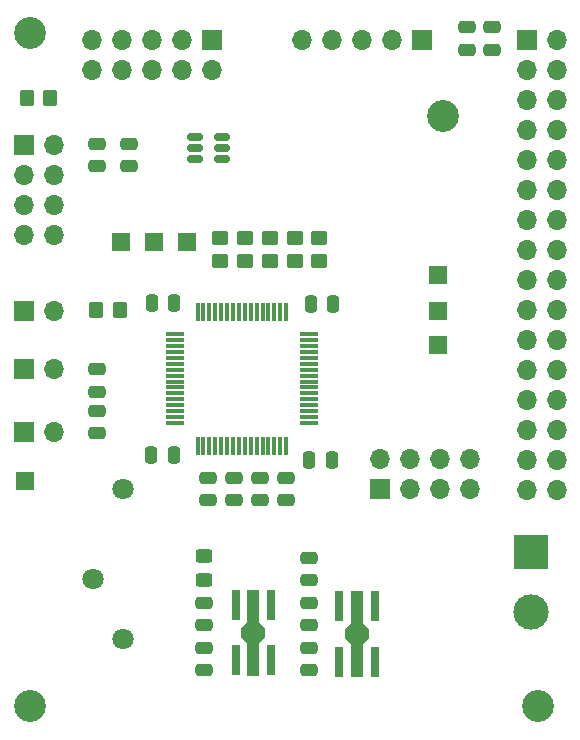
<source format=gbr>
%TF.GenerationSoftware,KiCad,Pcbnew,(6.0.6)*%
%TF.CreationDate,2022-09-22T18:41:47+01:00*%
%TF.ProjectId,ConverterBoard,436f6e76-6572-4746-9572-426f6172642e,rev?*%
%TF.SameCoordinates,Original*%
%TF.FileFunction,Soldermask,Top*%
%TF.FilePolarity,Negative*%
%FSLAX46Y46*%
G04 Gerber Fmt 4.6, Leading zero omitted, Abs format (unit mm)*
G04 Created by KiCad (PCBNEW (6.0.6)) date 2022-09-22 18:41:47*
%MOMM*%
%LPD*%
G01*
G04 APERTURE LIST*
G04 Aperture macros list*
%AMRoundRect*
0 Rectangle with rounded corners*
0 $1 Rounding radius*
0 $2 $3 $4 $5 $6 $7 $8 $9 X,Y pos of 4 corners*
0 Add a 4 corners polygon primitive as box body*
4,1,4,$2,$3,$4,$5,$6,$7,$8,$9,$2,$3,0*
0 Add four circle primitives for the rounded corners*
1,1,$1+$1,$2,$3*
1,1,$1+$1,$4,$5*
1,1,$1+$1,$6,$7*
1,1,$1+$1,$8,$9*
0 Add four rect primitives between the rounded corners*
20,1,$1+$1,$2,$3,$4,$5,0*
20,1,$1+$1,$4,$5,$6,$7,0*
20,1,$1+$1,$6,$7,$8,$9,0*
20,1,$1+$1,$8,$9,$2,$3,0*%
%AMFreePoly0*
4,1,13,0.900000,0.500000,3.600000,0.500000,3.600000,-0.500000,0.900000,-0.500000,0.400000,-1.000000,-0.400000,-1.000000,-0.900000,-0.500000,-3.600000,-0.500000,-3.600000,0.500000,-0.900000,0.500000,-0.400000,1.000000,0.400000,1.000000,0.900000,0.500000,0.900000,0.500000,$1*%
G04 Aperture macros list end*
%ADD10C,2.700000*%
%ADD11RoundRect,0.075000X-0.700000X-0.075000X0.700000X-0.075000X0.700000X0.075000X-0.700000X0.075000X0*%
%ADD12RoundRect,0.075000X-0.075000X-0.700000X0.075000X-0.700000X0.075000X0.700000X-0.075000X0.700000X0*%
%ADD13RoundRect,0.250000X0.475000X-0.250000X0.475000X0.250000X-0.475000X0.250000X-0.475000X-0.250000X0*%
%ADD14R,1.700000X1.700000*%
%ADD15O,1.700000X1.700000*%
%ADD16R,1.500000X1.500000*%
%ADD17RoundRect,0.250000X-0.475000X0.250000X-0.475000X-0.250000X0.475000X-0.250000X0.475000X0.250000X0*%
%ADD18RoundRect,0.250000X0.450000X-0.350000X0.450000X0.350000X-0.450000X0.350000X-0.450000X-0.350000X0*%
%ADD19R,3.000000X3.000000*%
%ADD20C,3.000000*%
%ADD21RoundRect,0.250000X0.450000X-0.325000X0.450000X0.325000X-0.450000X0.325000X-0.450000X-0.325000X0*%
%ADD22C,1.800000*%
%ADD23RoundRect,0.250000X-0.250000X-0.475000X0.250000X-0.475000X0.250000X0.475000X-0.250000X0.475000X0*%
%ADD24RoundRect,0.250000X-0.450000X0.350000X-0.450000X-0.350000X0.450000X-0.350000X0.450000X0.350000X0*%
%ADD25RoundRect,0.250000X0.350000X0.450000X-0.350000X0.450000X-0.350000X-0.450000X0.350000X-0.450000X0*%
%ADD26RoundRect,0.250000X0.250000X0.475000X-0.250000X0.475000X-0.250000X-0.475000X0.250000X-0.475000X0*%
%ADD27RoundRect,0.150000X-0.512500X-0.150000X0.512500X-0.150000X0.512500X0.150000X-0.512500X0.150000X0*%
%ADD28R,0.700000X2.500000*%
%ADD29FreePoly0,90.000000*%
G04 APERTURE END LIST*
D10*
%TO.C,REF\u002A\u002A*%
X163500000Y-122500000D03*
%TD*%
%TO.C,REF\u002A\u002A*%
X120500000Y-122500000D03*
%TD*%
%TO.C,REF\u002A\u002A*%
X120500000Y-65500000D03*
%TD*%
%TO.C,REF\u002A\u002A*%
X155500000Y-72500000D03*
%TD*%
D11*
%TO.C,U3*%
X132755000Y-90992000D03*
X132755000Y-91492000D03*
X132755000Y-91992000D03*
X132755000Y-92492000D03*
X132755000Y-92992000D03*
X132755000Y-93492000D03*
X132755000Y-93992000D03*
X132755000Y-94492000D03*
X132755000Y-94992000D03*
X132755000Y-95492000D03*
X132755000Y-95992000D03*
X132755000Y-96492000D03*
X132755000Y-96992000D03*
X132755000Y-97492000D03*
X132755000Y-97992000D03*
X132755000Y-98492000D03*
D12*
X134680000Y-100417000D03*
X135180000Y-100417000D03*
X135680000Y-100417000D03*
X136180000Y-100417000D03*
X136680000Y-100417000D03*
X137180000Y-100417000D03*
X137680000Y-100417000D03*
X138180000Y-100417000D03*
X138680000Y-100417000D03*
X139180000Y-100417000D03*
X139680000Y-100417000D03*
X140180000Y-100417000D03*
X140680000Y-100417000D03*
X141180000Y-100417000D03*
X141680000Y-100417000D03*
X142180000Y-100417000D03*
D11*
X144105000Y-98492000D03*
X144105000Y-97992000D03*
X144105000Y-97492000D03*
X144105000Y-96992000D03*
X144105000Y-96492000D03*
X144105000Y-95992000D03*
X144105000Y-95492000D03*
X144105000Y-94992000D03*
X144105000Y-94492000D03*
X144105000Y-93992000D03*
X144105000Y-93492000D03*
X144105000Y-92992000D03*
X144105000Y-92492000D03*
X144105000Y-91992000D03*
X144105000Y-91492000D03*
X144105000Y-90992000D03*
D12*
X142180000Y-89067000D03*
X141680000Y-89067000D03*
X141180000Y-89067000D03*
X140680000Y-89067000D03*
X140180000Y-89067000D03*
X139680000Y-89067000D03*
X139180000Y-89067000D03*
X138680000Y-89067000D03*
X138180000Y-89067000D03*
X137680000Y-89067000D03*
X137180000Y-89067000D03*
X136680000Y-89067000D03*
X136180000Y-89067000D03*
X135680000Y-89067000D03*
X135180000Y-89067000D03*
X134680000Y-89067000D03*
%TD*%
D13*
%TO.C,C1*%
X144075000Y-119425000D03*
X144075000Y-117525000D03*
%TD*%
%TO.C,C8*%
X142200000Y-105050000D03*
X142200000Y-103150000D03*
%TD*%
D14*
%TO.C,J3*%
X119975000Y-93950000D03*
D15*
X122515000Y-93950000D03*
%TD*%
D16*
%TO.C,TP3*%
X155000000Y-86000000D03*
%TD*%
D17*
%TO.C,C7*%
X135185000Y-113715000D03*
X135185000Y-115615000D03*
%TD*%
D15*
%TO.C,ST-LINK1*%
X125730000Y-68580000D03*
X125730000Y-66040000D03*
X128270000Y-68580000D03*
X128270000Y-66040000D03*
X130810000Y-68580000D03*
X130810000Y-66040000D03*
X133350000Y-68580000D03*
X133350000Y-66040000D03*
X135890000Y-68580000D03*
D14*
X135890000Y-66040000D03*
%TD*%
D17*
%TO.C,C5*%
X144075000Y-113710000D03*
X144075000Y-115610000D03*
%TD*%
D13*
%TO.C,C6*%
X135185000Y-119425000D03*
X135185000Y-117525000D03*
%TD*%
D18*
%TO.C,R1*%
X138700000Y-84800000D03*
X138700000Y-82800000D03*
%TD*%
D19*
%TO.C,J1*%
X162900000Y-109400000D03*
D20*
X162900000Y-114480000D03*
%TD*%
D21*
%TO.C,L1*%
X135185000Y-111805000D03*
X135185000Y-109755000D03*
%TD*%
D22*
%TO.C,RV1*%
X128400000Y-104100000D03*
X125860000Y-111720000D03*
X128400000Y-116800000D03*
%TD*%
D23*
%TO.C,C12*%
X144145000Y-101600000D03*
X146045000Y-101600000D03*
%TD*%
D17*
%TO.C,C3*%
X126200000Y-93950000D03*
X126200000Y-95850000D03*
%TD*%
D24*
%TO.C,R4*%
X140800000Y-82800000D03*
X140800000Y-84800000D03*
%TD*%
D25*
%TO.C,R5*%
X128100000Y-88900000D03*
X126100000Y-88900000D03*
%TD*%
D26*
%TO.C,C14*%
X132700000Y-88350000D03*
X130800000Y-88350000D03*
%TD*%
D14*
%TO.C,ENCODER1*%
X153665000Y-66040000D03*
D15*
X151125000Y-66040000D03*
X148585000Y-66040000D03*
X146045000Y-66040000D03*
X143505000Y-66040000D03*
%TD*%
D27*
%TO.C,D1*%
X134462500Y-74250000D03*
X134462500Y-75200000D03*
X134462500Y-76150000D03*
X136737500Y-76150000D03*
X136737500Y-75200000D03*
X136737500Y-74250000D03*
%TD*%
D13*
%TO.C,C9*%
X140000000Y-105050000D03*
X140000000Y-103150000D03*
%TD*%
D24*
%TO.C,R3*%
X142900000Y-82800000D03*
X142900000Y-84800000D03*
%TD*%
D17*
%TO.C,C4*%
X135600000Y-103150000D03*
X135600000Y-105050000D03*
%TD*%
D28*
%TO.C,U1*%
X146679000Y-118698000D03*
D29*
X148179000Y-116348000D03*
D28*
X149679000Y-118698000D03*
X149679000Y-113998000D03*
X146679000Y-113998000D03*
%TD*%
D13*
%TO.C,C2*%
X126200000Y-99350000D03*
X126200000Y-97450000D03*
%TD*%
D17*
%TO.C,C19*%
X128900000Y-74860000D03*
X128900000Y-76760000D03*
%TD*%
D15*
%TO.C,J8*%
X122550000Y-82560000D03*
X120010000Y-82560000D03*
X122550000Y-80020000D03*
X120010000Y-80020000D03*
X122550000Y-77480000D03*
X120010000Y-77480000D03*
X122550000Y-74940000D03*
D14*
X120010000Y-74940000D03*
%TD*%
D25*
%TO.C,R7*%
X122200000Y-71000000D03*
X120200000Y-71000000D03*
%TD*%
D14*
%TO.C,J5*%
X119975000Y-99300000D03*
D15*
X122515000Y-99300000D03*
%TD*%
D24*
%TO.C,R2*%
X145000000Y-82800000D03*
X145000000Y-84800000D03*
%TD*%
D16*
%TO.C,TP1*%
X155000000Y-91900000D03*
%TD*%
%TO.C,TP6*%
X128200000Y-83200000D03*
%TD*%
D17*
%TO.C,C16*%
X159600000Y-65000000D03*
X159600000Y-66900000D03*
%TD*%
D16*
%TO.C,TP4*%
X133800000Y-83200000D03*
%TD*%
D17*
%TO.C,C17*%
X126200000Y-74850000D03*
X126200000Y-76750000D03*
%TD*%
D16*
%TO.C,TP2*%
X155000000Y-89000000D03*
%TD*%
D13*
%TO.C,C15*%
X144075000Y-111805000D03*
X144075000Y-109905000D03*
%TD*%
D26*
%TO.C,C11*%
X132650000Y-101250000D03*
X130750000Y-101250000D03*
%TD*%
D16*
%TO.C,TP7*%
X120100000Y-103400000D03*
%TD*%
D14*
%TO.C,J2*%
X120000000Y-89000000D03*
D15*
X122540000Y-89000000D03*
%TD*%
D28*
%TO.C,U2*%
X137900000Y-118600000D03*
D29*
X139400000Y-116250000D03*
D28*
X140900000Y-118600000D03*
X140900000Y-113900000D03*
X137900000Y-113900000D03*
%TD*%
D13*
%TO.C,C10*%
X137800000Y-105050000D03*
X137800000Y-103150000D03*
%TD*%
D17*
%TO.C,C18*%
X157500000Y-65000000D03*
X157500000Y-66900000D03*
%TD*%
D16*
%TO.C,TP5*%
X131000000Y-83200000D03*
%TD*%
D18*
%TO.C,R6*%
X136600000Y-84800000D03*
X136600000Y-82800000D03*
%TD*%
D14*
%TO.C,J6*%
X162555000Y-66040000D03*
D15*
X165095000Y-66040000D03*
X162555000Y-68580000D03*
X165095000Y-68580000D03*
X162555000Y-71120000D03*
X165095000Y-71120000D03*
X162555000Y-73660000D03*
X165095000Y-73660000D03*
X162555000Y-76200000D03*
X165095000Y-76200000D03*
X162555000Y-78740000D03*
X165095000Y-78740000D03*
X162555000Y-81280000D03*
X165095000Y-81280000D03*
X162555000Y-83820000D03*
X165095000Y-83820000D03*
X162555000Y-86360000D03*
X165095000Y-86360000D03*
X162555000Y-88900000D03*
X165095000Y-88900000D03*
X162555000Y-91440000D03*
X165095000Y-91440000D03*
X162555000Y-93980000D03*
X165095000Y-93980000D03*
X162555000Y-96520000D03*
X165095000Y-96520000D03*
X162555000Y-99060000D03*
X165095000Y-99060000D03*
X162555000Y-101600000D03*
X165095000Y-101600000D03*
X162555000Y-104140000D03*
X165095000Y-104140000D03*
%TD*%
D23*
%TO.C,C13*%
X144250000Y-88400000D03*
X146150000Y-88400000D03*
%TD*%
D14*
%TO.C,J7*%
X150100000Y-104100000D03*
D15*
X150100000Y-101560000D03*
X152640000Y-104100000D03*
X152640000Y-101560000D03*
X155180000Y-104100000D03*
X155180000Y-101560000D03*
X157720000Y-104100000D03*
X157720000Y-101560000D03*
%TD*%
M02*

</source>
